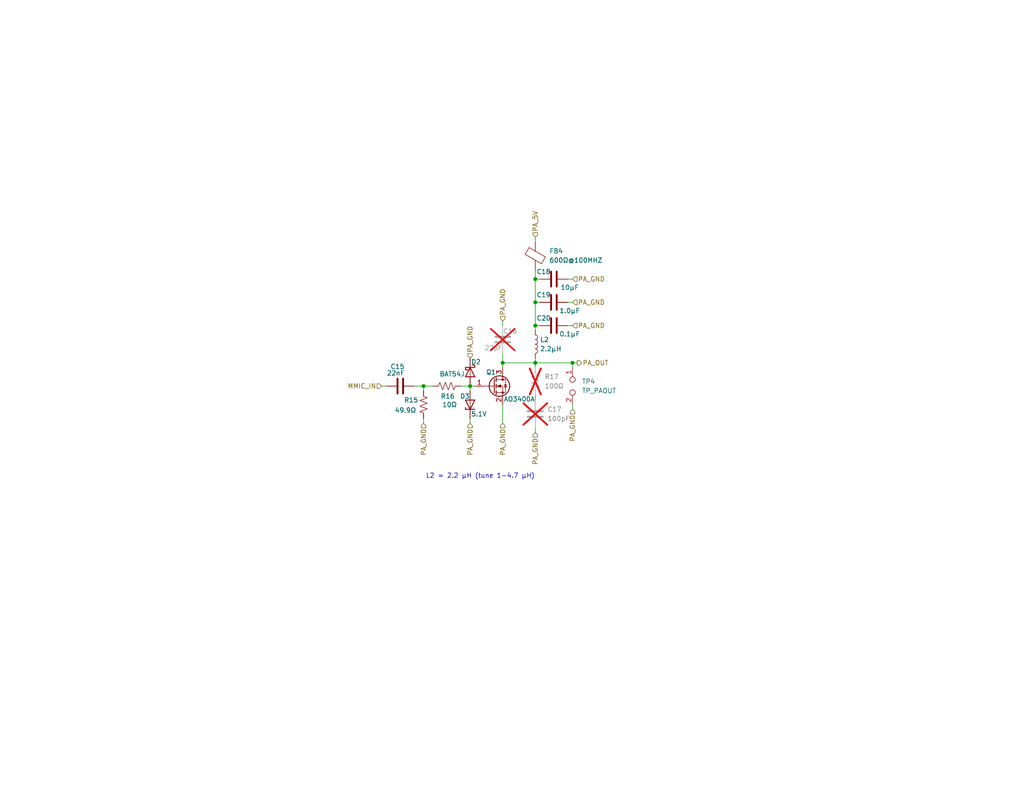
<source format=kicad_sch>
(kicad_sch (version 20250114) (generator "eeschema") (generator_version "9.0")
  (paper "A")
  (title_block (title "Final PA") (date "2026-02-14") (rev "0") (company "Lee C. Bussy [AA0NT]"))
  (lib_symbols
    (symbol "Connector:TestPoint_2Pole" (pin_names (offset 0.762) (hide yes))
      (property "Reference" "TP" (at 0 1.524 0))
      (property "Value" "TestPoint_2Pole" (at 0 -1.778 0))
      (symbol "TestPoint_2Pole_0_1"
        (circle (center -1.778 0) (radius 0.762))
        (circle (center 1.778 0) (radius 0.762))
        (pin passive line (at -5.08 0 0) (length 2.54) (name "1") (number "1"))
        (pin passive line (at 5.08 0 180) (length 2.54) (name "2") (number "2"))
      )
    )
    (symbol "Device:C" (pin_numbers (hide yes)) (pin_names (offset 0.254))
      (property "Reference" "C" (at 0.635 2.54 0))
      (property "Value" "C" (at 0.635 -2.54 0))
      (symbol "C_0_1"
        (polyline (pts (xy -2.032 0.762) (xy 2.032 0.762)) (stroke (width 0.508)))
        (polyline (pts (xy -2.032 -0.762) (xy 2.032 -0.762)) (stroke (width 0.508)))
      )
      (symbol "C_1_1"
        (pin passive line (at 0 3.81 270) (length 2.794) (name "~") (number "1"))
        (pin passive line (at 0 -3.81 90) (length 2.794) (name "~") (number "2"))
      )
    )
    (symbol "Device:D_Zener" (pin_numbers (hide yes)) (pin_names (offset 1.016) (hide yes))
      (property "Reference" "D" (at 0 2.54 0))
      (property "Value" "D_Zener" (at 0 -2.54 0))
      (symbol "D_Zener_0_1"
        (polyline (pts (xy -1.27 -1.27) (xy -1.27 1.27) (xy -0.762 1.27)) (stroke (width 0.254)))
        (polyline (pts (xy 1.27 0) (xy -1.27 0)))
        (polyline (pts (xy 1.27 -1.27) (xy 1.27 1.27) (xy -1.27 0) (xy 1.27 -1.27)) (stroke (width 0.254)))
      )
      (symbol "D_Zener_1_1"
        (pin passive line (at -3.81 0 0) (length 2.54) (name "K") (number "1"))
        (pin passive line (at 3.81 0 180) (length 2.54) (name "A") (number "2"))
      )
    )
    (symbol "Device:FerriteBead" (pin_numbers (hide yes)) (pin_names (offset 0))
      (property "Reference" "FB" (at -3.81 0.635 90))
      (property "Value" "FerriteBead" (at 3.81 0 90))
      (symbol "FerriteBead_0_1"
        (polyline (pts (xy -2.7686 0.4064) (xy -1.7018 2.2606) (xy 2.7686 -0.3048) (xy 1.6764 -2.159) (xy -2.7686 0.4064)))
        (polyline (pts (xy 0 1.27) (xy 0 1.2954)))
        (polyline (pts (xy 0 -1.27) (xy 0 -1.2192)))
      )
      (symbol "FerriteBead_1_1"
        (pin passive line (at 0 3.81 270) (length 2.54) (name "~") (number "1"))
        (pin passive line (at 0 -3.81 90) (length 2.54) (name "~") (number "2"))
      )
    )
    (symbol "Device:L" (pin_numbers (hide yes)) (pin_names (offset 1.016) (hide yes))
      (property "Reference" "L" (at -1.27 0 90))
      (property "Value" "L" (at 1.905 0 90))
      (symbol "L_0_1"
        (arc (start 0 2.54) (mid 0.6323 1.905) (end 0 1.27))
        (arc (start 0 1.27) (mid 0.6323 0.635) (end 0 0))
        (arc (start 0 0) (mid 0.6323 -0.635) (end 0 -1.27))
        (arc (start 0 -1.27) (mid 0.6323 -1.905) (end 0 -2.54))
      )
      (symbol "L_1_1"
        (pin passive line (at 0 3.81 270) (length 1.27) (name "1") (number "1"))
        (pin passive line (at 0 -3.81 90) (length 1.27) (name "2") (number "2"))
      )
    )
    (symbol "Device:R_US" (pin_numbers (hide yes)) (pin_names (offset 0))
      (property "Reference" "R" (at 2.54 0 90))
      (property "Value" "R_US" (at -2.54 0 90))
      (symbol "R_US_0_1"
        (polyline (pts (xy 0 2.286) (xy 0 2.54)))
        (polyline (pts (xy 0 2.286) (xy 1.016 1.905) (xy 0 1.524) (xy -1.016 1.143) (xy 0 0.762)))
        (polyline (pts (xy 0 0.762) (xy 1.016 0.381) (xy 0 0) (xy -1.016 -0.381) (xy 0 -0.762)))
        (polyline (pts (xy 0 -0.762) (xy 1.016 -1.143) (xy 0 -1.524) (xy -1.016 -1.905) (xy 0 -2.286)))
        (polyline (pts (xy 0 -2.286) (xy 0 -2.54)))
      )
      (symbol "R_US_1_1"
        (pin passive line (at 0 3.81 270) (length 1.27) (name "~") (number "1"))
        (pin passive line (at 0 -3.81 90) (length 1.27) (name "~") (number "2"))
      )
    )
    (symbol "Diode:BAT54J" (pin_numbers (hide yes)) (pin_names (offset 1.016) (hide yes))
      (property "Reference" "D" (at 0 2.54 0))
      (property "Value" "BAT54J" (at 0 -2.54 0))
      (symbol "BAT54J_0_1"
        (polyline (pts (xy -1.905 0.635) (xy -1.905 1.27) (xy -1.27 1.27) (xy -1.27 -1.27) (xy -0.635 -1.27) (xy -0.635 -0.635)) (stroke (width 0.254)))
        (polyline (pts (xy 1.27 1.27) (xy 1.27 -1.27) (xy -1.27 0) (xy 1.27 1.27)) (stroke (width 0.254)))
        (polyline (pts (xy 1.27 0) (xy -1.27 0)))
      )
      (symbol "BAT54J_1_1"
        (pin passive line (at -3.81 0 0) (length 2.54) (name "K") (number "1"))
        (pin passive line (at 3.81 0 180) (length 2.54) (name "A") (number "2"))
      )
    )
    (symbol "Transistor_FET:AO3400A" (pin_names (offset 0) (hide yes))
      (property "Reference" "Q" (at 5.08 1.905 0))
      (property "Value" "AO3400A" (at 5.08 0 0))
      (symbol "AO3400A_0_1"
        (polyline (pts (xy 0.254 1.905) (xy 0.254 -1.905)) (stroke (width 0.254)))
        (polyline (pts (xy 0.254 0) (xy -2.54 0)))
        (polyline (pts (xy 0.762 2.286) (xy 0.762 1.27)) (stroke (width 0.254)))
        (polyline (pts (xy 0.762 0.508) (xy 0.762 -0.508)) (stroke (width 0.254)))
        (polyline (pts (xy 0.762 -1.27) (xy 0.762 -2.286)) (stroke (width 0.254)))
        (polyline (pts (xy 0.762 -1.778) (xy 3.302 -1.778) (xy 3.302 1.778) (xy 0.762 1.778)))
        (polyline (pts (xy 1.016 0) (xy 2.032 0.381) (xy 2.032 -0.381) (xy 1.016 0)) (fill (type outline)))
        (circle (center 1.651 0) (radius 2.794) (stroke (width 0.254)))
        (polyline (pts (xy 2.54 2.54) (xy 2.54 1.778)))
        (circle (center 2.54 1.778) (radius 0.254) (fill (type outline)))
        (circle (center 2.54 -1.778) (radius 0.254) (fill (type outline)))
        (polyline (pts (xy 2.54 -2.54) (xy 2.54 0) (xy 0.762 0)))
        (polyline (pts (xy 2.921 0.381) (xy 3.683 0.381)))
        (polyline (pts (xy 3.302 0.381) (xy 2.921 -0.254) (xy 3.683 -0.254) (xy 3.302 0.381)))
      )
      (symbol "AO3400A_1_1"
        (pin input line (at -5.08 0 0) (length 2.54) (name "G") (number "1"))
        (pin passive line (at 2.54 5.08 270) (length 2.54) (name "D") (number "3"))
        (pin passive line (at 2.54 -5.08 90) (length 2.54) (name "S") (number "2"))
      )
    )
  )
  (text "L2 = 2.2 µH (tune 1-4.7 µH)" (at 131.064 130.048 0) (effects (font (size 1.27 1.27))))
  (junction (at 146.05 82.55))
  (junction (at 146.05 76.2))
  (junction (at 115.57 105.41))
  (junction (at 146.05 88.9))
  (junction (at 156.21 99.06))
  (junction (at 146.05 99.06))
  (junction (at 128.27 105.41))
  (junction (at 137.16 99.06))
  (wire (pts (xy 157.48 99.06) (xy 156.21 99.06)))
  (wire (pts (xy 115.57 105.41) (xy 118.11 105.41)))
  (wire (pts (xy 147.32 88.9) (xy 146.05 88.9)))
  (wire (pts (xy 146.05 100.33) (xy 146.05 99.06)))
  (wire (pts (xy 146.05 116.84) (xy 146.05 118.11)))
  (wire (pts (xy 115.57 114.3) (xy 115.57 115.57)))
  (wire (pts (xy 137.16 110.49) (xy 137.16 115.57)))
  (wire (pts (xy 137.16 100.33) (xy 137.16 99.06)))
  (wire (pts (xy 156.21 99.06) (xy 156.21 100.33)))
  (wire (pts (xy 128.27 114.3) (xy 128.27 115.57)))
  (wire (pts (xy 137.16 99.06) (xy 137.16 96.52)))
  (wire (pts (xy 128.27 106.68) (xy 128.27 105.41)))
  (wire (pts (xy 147.32 76.2) (xy 146.05 76.2)))
  (wire (pts (xy 125.73 105.41) (xy 128.27 105.41)))
  (wire (pts (xy 115.57 106.68) (xy 115.57 105.41)))
  (wire (pts (xy 146.05 88.9) (xy 146.05 90.17)))
  (wire (pts (xy 113.03 105.41) (xy 115.57 105.41)))
  (wire (pts (xy 147.32 82.55) (xy 146.05 82.55)))
  (wire (pts (xy 104.14 105.41) (xy 105.41 105.41)))
  (wire (pts (xy 146.05 107.95) (xy 146.05 109.22)))
  (wire (pts (xy 154.94 76.2) (xy 156.21 76.2)))
  (wire (pts (xy 146.05 76.2) (xy 146.05 82.55)))
  (wire (pts (xy 156.21 111.76) (xy 156.21 110.49)))
  (wire (pts (xy 154.94 88.9) (xy 156.21 88.9)))
  (wire (pts (xy 146.05 99.06) (xy 146.05 97.79)))
  (wire (pts (xy 146.05 82.55) (xy 146.05 88.9)))
  (wire (pts (xy 128.27 105.41) (xy 129.54 105.41)))
  (wire (pts (xy 137.16 88.9) (xy 137.16 87.63)))
  (wire (pts (xy 146.05 64.77) (xy 146.05 66.04)))
  (wire (pts (xy 137.16 99.06) (xy 146.05 99.06)))
  (wire (pts (xy 146.05 99.06) (xy 156.21 99.06)))
  (wire (pts (xy 146.05 73.66) (xy 146.05 76.2)))
  (wire (pts (xy 154.94 82.55) (xy 156.21 82.55)))
  (hierarchical_label "MMIC_IN" (shape input) (at 104.14 105.41 180))
  (hierarchical_label "PA_GND" (shape input) (at 156.21 76.2 0))
  (hierarchical_label "PA_5V" (shape input) (at 146.05 64.77 90))
  (hierarchical_label "PA_GND" (shape input) (at 156.21 88.9 0))
  (hierarchical_label "PA_GND" (shape input) (at 128.27 115.57 270))
  (hierarchical_label "PA_GND" (shape input) (at 115.57 115.57 270))
  (hierarchical_label "PA_GND" (shape input) (at 128.27 97.79 90))
  (hierarchical_label "PA_OUT" (shape output) (at 157.48 99.06 0))
  (hierarchical_label "PA_GND" (shape input) (at 156.21 111.76 270))
  (hierarchical_label "PA_GND" (shape input) (at 137.16 87.63 90))
  (hierarchical_label "PA_GND" (shape input) (at 137.16 115.57 270))
  (hierarchical_label "PA_GND" (shape input) (at 156.21 82.55 0))
  (hierarchical_label "PA_GND" (shape input) (at 146.05 118.11 270))
  (symbol (lib_id "Device:FerriteBead") (at 146.05 69.85 0) (unit 1)
    (property "Reference" "FB4" (at 149.86 68.5291 0) (effects (justify left)))
    (property "Value" "600Ω@100MHZ" (at 149.86 71.0691 0) (effects (justify left)))
    (property "Footprint" "Inductor_SMD:L_0603_1608Metric" (effects (hide yes)))
    (property "Description" "Ferrite bead" (effects (hide yes)))
  )
  (symbol (lib_id "Device:C") (at 151.13 76.2 90) (unit 1)
    (property "Reference" "C18" (at 148.336 74.168 90))
    (property "Value" "10µF" (at 155.448 78.486 90))
    (property "Footprint" "Capacitor_SMD:C_1210_3225Metric" (effects (hide yes)))
    (property "Description" "Unpolarized capacitor" (effects (hide yes)))
  )
  (symbol (lib_id "Transistor_FET:AO3400A") (at 134.62 105.41 0) (unit 1)
    (property "Reference" "Q1" (at 132.588 101.6 0) (effects (justify left)))
    (property "Value" "AO3400A" (at 137.414 108.966 0) (effects (justify left)))
    (property "Footprint" "Package_TO_SOT_SMD:SOT-23" (effects (hide yes)))
    (property "Datasheet" "http://www.aosmd.com/pdfs/datasheet/AO3400A.pdf" (effects (hide yes)))
    (property "Description" "30V Vds, 5.7A Id, N-Channel MOSFET, SOT-23" (effects (hide yes)))
  )
  (symbol (lib_id "Device:L") (at 146.05 93.98 0) (unit 1)
    (property "Reference" "L2" (at 147.32 92.7099 0) (effects (justify left)))
    (property "Value" "2.2µH" (at 147.32 95.2499 0) (effects (justify left)))
    (property "Footprint" "Inductor_SMD:L_1206_3216Metric" (effects (hide yes)))
    (property "Description" "Inductor" (effects (hide yes)))
  )
  (symbol (lib_id "Device:D_Zener") (at 128.27 110.49 90) (unit 1)
    (property "Reference" "D3" (at 125.476 108.204 90) (effects (justify right)))
    (property "Value" "5.1V" (at 128.524 113.03 90) (effects (justify right)))
    (property "Footprint" "Diode_SMD:D_SOD-123" (effects (hide yes)))
    (property "Description" "Zener diode" (effects (hide yes)))
  )
  (symbol (lib_id "Device:C") (at 109.22 105.41 90) (unit 1)
    (property "Reference" "C15" (at 108.458 100.076 90))
    (property "Value" "22nF" (at 107.95 101.854 90))
    (property "Footprint" "Capacitor_SMD:C_0603_1608Metric" (effects (hide yes)))
    (property "Description" "Unpolarized capacitor" (effects (hide yes)))
  )
  (symbol (lib_id "Device:R_US") (at 121.92 105.41 90) (unit 1)
    (property "Reference" "R16" (at 122.174 108.204 90))
    (property "Value" "10Ω" (at 122.682 110.49 90))
    (property "Footprint" "Resistor_SMD:R_0603_1608Metric" (effects (hide yes)))
    (property "Description" "Resistor, US symbol" (effects (hide yes)))
  )
  (symbol (lib_id "Device:C") (at 151.13 88.9 90) (unit 1)
    (property "Reference" "C20" (at 148.336 86.868 90))
    (property "Value" "0.1µF" (at 155.448 91.186 90))
    (property "Footprint" "Capacitor_SMD:C_0603_1608Metric" (effects (hide yes)))
    (property "Description" "Unpolarized capacitor" (effects (hide yes)))
  )
  (symbol (lib_id "Device:C") (at 137.16 92.71 0) (unit 1) (dnp yes)
    (property "Reference" "C16" (at 139.192 90.424 0))
    (property "Value" "22pF" (at 134.62 94.996 0))
    (property "Footprint" "Capacitor_SMD:C_0603_1608Metric" (effects (hide yes)))
    (property "Description" "Unpolarized capacitor" (effects (hide yes)))
  )
  (symbol (lib_id "Device:R_US") (at 115.57 110.49 0) (unit 1)
    (property "Reference" "R15" (at 110.236 109.22 0) (effects (justify left)))
    (property "Value" "49.9Ω" (at 107.696 112.014 0) (effects (justify left)))
    (property "Footprint" "Resistor_SMD:R_0603_1608Metric" (effects (hide yes)))
    (property "Description" "Resistor, US symbol" (effects (hide yes)))
  )
  (symbol (lib_id "Diode:BAT54J") (at 128.27 101.6 270) (unit 1)
    (property "Reference" "D2" (at 128.524 98.806 90) (effects (justify left)))
    (property "Value" "BAT54J" (at 119.888 102.108 90) (effects (justify left)))
    (property "Footprint" "Diode_SMD:D_SOD-323F" (effects (hide yes)))
    (property "Datasheet" "https://assets.nexperia.com/documents/data-sheet/BAT54J.pdf" (effects (hide yes)))
    (property "Description" "30V 200mA Schottky diode, SOD-323F" (effects (hide yes)))
  )
  (symbol (lib_id "Device:R_US") (at 146.05 104.14 0) (unit 1) (dnp yes)
    (property "Reference" "R17" (at 148.59 102.8699 0) (effects (justify left)))
    (property "Value" "100Ω" (at 148.59 105.4099 0) (effects (justify left)))
    (property "Footprint" "Resistor_SMD:R_0603_1608Metric" (effects (hide yes)))
    (property "Description" "Resistor, US symbol" (effects (hide yes)))
  )
  (symbol (lib_id "Device:C") (at 151.13 82.55 90) (unit 1)
    (property "Reference" "C19" (at 148.336 80.518 90))
    (property "Value" "1.0µF" (at 155.448 84.836 90))
    (property "Footprint" "Capacitor_SMD:C_0805_2012Metric" (effects (hide yes)))
    (property "Description" "Unpolarized capacitor" (effects (hide yes)))
  )
  (symbol (lib_id "Device:C") (at 146.05 113.03 0) (unit 1) (dnp yes)
    (property "Reference" "C17" (at 149.352 111.76 0) (effects (justify left)))
    (property "Value" "100pF" (at 149.352 114.3 0) (effects (justify left)))
    (property "Footprint" "Capacitor_SMD:C_0603_1608Metric" (effects (hide yes)))
    (property "Description" "Unpolarized capacitor" (effects (hide yes)))
  )
  (symbol (lib_id "Connector:TestPoint_2Pole") (at 156.21 105.41 270) (unit 1)
    (property "Reference" "TP4" (at 158.75 104.1399 90) (effects (justify left)))
    (property "Value" "TP_PAOUT" (at 158.75 106.6799 90) (effects (justify left)))
    (property "Footprint" "TestPoint:TestPoint_2Pads_Pitch2.54mm_Drill0.8mm" (effects (hide yes)))
    (property "Description" "2-polar test point" (effects (hide yes)))
  )
)
</source>
